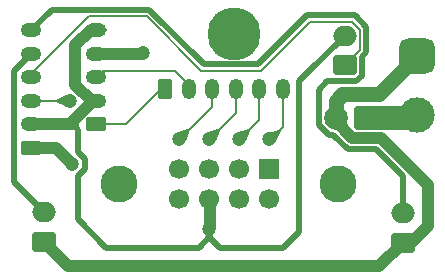
<source format=gbr>
%TF.GenerationSoftware,KiCad,Pcbnew,9.0.4*%
%TF.CreationDate,2025-09-25T23:05:09-07:00*%
%TF.ProjectId,Toolhead PCB,546f6f6c-6865-4616-9420-5043422e6b69,0.5*%
%TF.SameCoordinates,Original*%
%TF.FileFunction,Copper,L2,Bot*%
%TF.FilePolarity,Positive*%
%FSLAX46Y46*%
G04 Gerber Fmt 4.6, Leading zero omitted, Abs format (unit mm)*
G04 Created by KiCad (PCBNEW 9.0.4) date 2025-09-25 23:05:09*
%MOMM*%
%LPD*%
G01*
G04 APERTURE LIST*
G04 Aperture macros list*
%AMRoundRect*
0 Rectangle with rounded corners*
0 $1 Rounding radius*
0 $2 $3 $4 $5 $6 $7 $8 $9 X,Y pos of 4 corners*
0 Add a 4 corners polygon primitive as box body*
4,1,4,$2,$3,$4,$5,$6,$7,$8,$9,$2,$3,0*
0 Add four circle primitives for the rounded corners*
1,1,$1+$1,$2,$3*
1,1,$1+$1,$4,$5*
1,1,$1+$1,$6,$7*
1,1,$1+$1,$8,$9*
0 Add four rect primitives between the rounded corners*
20,1,$1+$1,$2,$3,$4,$5,0*
20,1,$1+$1,$4,$5,$6,$7,0*
20,1,$1+$1,$6,$7,$8,$9,0*
20,1,$1+$1,$8,$9,$2,$3,0*%
G04 Aperture macros list end*
%TA.AperFunction,ComponentPad*%
%ADD10RoundRect,0.250000X0.625000X-0.350000X0.625000X0.350000X-0.625000X0.350000X-0.625000X-0.350000X0*%
%TD*%
%TA.AperFunction,ComponentPad*%
%ADD11O,1.750000X1.200000*%
%TD*%
%TA.AperFunction,ComponentPad*%
%ADD12R,1.700000X1.700000*%
%TD*%
%TA.AperFunction,ComponentPad*%
%ADD13C,1.700000*%
%TD*%
%TA.AperFunction,ComponentPad*%
%ADD14RoundRect,0.750000X-0.750000X0.750000X-0.750000X-0.750000X0.750000X-0.750000X0.750000X0.750000X0*%
%TD*%
%TA.AperFunction,ComponentPad*%
%ADD15C,3.000000*%
%TD*%
%TA.AperFunction,ComponentPad*%
%ADD16RoundRect,0.250000X0.750000X0.750000X-0.750000X0.750000X-0.750000X-0.750000X0.750000X-0.750000X0*%
%TD*%
%TA.AperFunction,ComponentPad*%
%ADD17C,2.000000*%
%TD*%
%TA.AperFunction,ComponentPad*%
%ADD18RoundRect,0.250000X0.750000X-0.600000X0.750000X0.600000X-0.750000X0.600000X-0.750000X-0.600000X0*%
%TD*%
%TA.AperFunction,ComponentPad*%
%ADD19O,2.000000X1.700000*%
%TD*%
%TA.AperFunction,ComponentPad*%
%ADD20RoundRect,0.250000X-0.350000X-0.625000X0.350000X-0.625000X0.350000X0.625000X-0.350000X0.625000X0*%
%TD*%
%TA.AperFunction,ComponentPad*%
%ADD21O,1.200000X1.750000*%
%TD*%
%TA.AperFunction,ViaPad*%
%ADD22C,3.125001*%
%TD*%
%TA.AperFunction,ViaPad*%
%ADD23C,4.500001*%
%TD*%
%TA.AperFunction,ViaPad*%
%ADD24C,1.200000*%
%TD*%
%TA.AperFunction,Conductor*%
%ADD25C,2.000000*%
%TD*%
%TA.AperFunction,Conductor*%
%ADD26C,1.000000*%
%TD*%
%TA.AperFunction,Conductor*%
%ADD27C,1.250000*%
%TD*%
%TA.AperFunction,Conductor*%
%ADD28C,0.200000*%
%TD*%
%TA.AperFunction,Conductor*%
%ADD29C,0.500000*%
%TD*%
G04 APERTURE END LIST*
D10*
%TO.P,J3,1,Pin_1*%
%TO.N,Net-(J10-Pin_8)*%
X100330000Y-62480000D03*
D11*
%TO.P,J3,2,Pin_2*%
%TO.N,Net-(J10-Pin_6)*%
X100330000Y-60480000D03*
%TO.P,J3,3,Pin_3*%
%TO.N,Net-(J10-Pin_4)*%
X100330000Y-58480000D03*
%TO.P,J3,4,Pin_4*%
%TO.N,Net-(J3-Pin_4)*%
X100330000Y-56480000D03*
%TO.P,J3,5,Pin_5*%
%TO.N,Net-(J3-Pin_5)*%
X100330000Y-54480000D03*
%TO.P,J3,6,Pin_6*%
%TO.N,Net-(J3-Pin_6)*%
X100330000Y-52480000D03*
%TD*%
D12*
%TO.P,J10,1,Pin_1*%
%TO.N,Net-(J10-Pin_1)*%
X120460000Y-64230000D03*
D13*
%TO.P,J10,2,Pin_2*%
%TO.N,Net-(J10-Pin_2)*%
X120460000Y-66770000D03*
%TO.P,J10,3,Pin_3*%
%TO.N,Net-(J10-Pin_3)*%
X117920000Y-64230000D03*
%TO.P,J10,4,Pin_4*%
%TO.N,Net-(J10-Pin_4)*%
X117920000Y-66770000D03*
%TO.P,J10,5,Pin_5*%
%TO.N,Net-(J10-Pin_5)*%
X115380000Y-64230000D03*
%TO.P,J10,6,Pin_6*%
%TO.N,Net-(J10-Pin_6)*%
X115380000Y-66770000D03*
%TO.P,J10,7,Pin_7*%
%TO.N,Net-(J10-Pin_7)*%
X112840000Y-64230000D03*
%TO.P,J10,8,Pin_8*%
%TO.N,Net-(J10-Pin_8)*%
X112840000Y-66770000D03*
%TD*%
D14*
%TO.P,J4,1,Pin_1*%
%TO.N,Net-(J1-Pin_2)*%
X133000000Y-54690000D03*
D15*
%TO.P,J4,2,Pin_2*%
%TO.N,Net-(J1-Pin_1)*%
X133000000Y-59690000D03*
%TD*%
D10*
%TO.P,J9,1,Pin_1*%
%TO.N,Net-(J2-Pin_1)*%
X105840000Y-60470000D03*
D11*
%TO.P,J9,2,Pin_2*%
%TO.N,Net-(J10-Pin_6)*%
X105840000Y-58470000D03*
%TO.P,J9,3,Pin_3*%
%TO.N,Net-(J2-Pin_2)*%
X105840000Y-56470000D03*
%TO.P,J9,4,Pin_4*%
%TO.N,Net-(J10-Pin_8)*%
X105840000Y-54470000D03*
%TO.P,J9,5,Pin_5*%
%TO.N,Net-(J10-Pin_6)*%
X105840000Y-52470000D03*
%TD*%
D16*
%TO.P,J1,1,Pin_1*%
%TO.N,Net-(J1-Pin_1)*%
X128640000Y-59890000D03*
D17*
%TO.P,J1,2,Pin_2*%
%TO.N,Net-(J1-Pin_2)*%
X126100000Y-59890000D03*
%TD*%
D18*
%TO.P,J5,1,Pin_1*%
%TO.N,Net-(J3-Pin_4)*%
X126840000Y-55450000D03*
D19*
%TO.P,J5,2,Pin_2*%
%TO.N,Net-(J10-Pin_6)*%
X126840000Y-52950000D03*
%TD*%
D20*
%TO.P,J2,1,Pin_1*%
%TO.N,Net-(J2-Pin_1)*%
X111640000Y-57480000D03*
D21*
%TO.P,J2,2,Pin_2*%
%TO.N,Net-(J2-Pin_2)*%
X113640000Y-57480000D03*
%TO.P,J2,3,Pin_3*%
%TO.N,Net-(J10-Pin_7)*%
X115640000Y-57480000D03*
%TO.P,J2,4,Pin_4*%
%TO.N,Net-(J10-Pin_5)*%
X117640000Y-57480000D03*
%TO.P,J2,5,Pin_5*%
%TO.N,Net-(J10-Pin_3)*%
X119640000Y-57480000D03*
%TO.P,J2,6,Pin_6*%
%TO.N,Net-(J10-Pin_1)*%
X121640000Y-57480000D03*
%TD*%
D18*
%TO.P,J7,1,Pin_1*%
%TO.N,Net-(J1-Pin_2)*%
X101380000Y-70430000D03*
D19*
%TO.P,J7,2,Pin_2*%
%TO.N,Net-(J3-Pin_5)*%
X101380000Y-67930000D03*
%TD*%
D18*
%TO.P,J6,1,Pin_1*%
%TO.N,Net-(J1-Pin_2)*%
X131785000Y-70490000D03*
D19*
%TO.P,J6,2,Pin_2*%
%TO.N,Net-(J3-Pin_6)*%
X131785000Y-67990000D03*
%TD*%
D22*
%TO.N,*%
X126250000Y-65500000D03*
X107750000Y-65500000D03*
D23*
%TO.N,Net-(J3-Pin_6)*%
X117450000Y-52800000D03*
D24*
%TO.N,Net-(J10-Pin_1)*%
X120450000Y-61750000D03*
%TO.N,Net-(J10-Pin_3)*%
X117940000Y-61750000D03*
%TO.N,Net-(J10-Pin_5)*%
X115380000Y-61750000D03*
%TO.N,Net-(J10-Pin_7)*%
X112860000Y-61750000D03*
%TO.N,Net-(J10-Pin_4)*%
X103590000Y-58510000D03*
%TO.N,Net-(J10-Pin_8)*%
X103790000Y-63830000D03*
X109740000Y-54440000D03*
%TO.N,Net-(J10-Pin_6)*%
X115380000Y-69300000D03*
%TD*%
D25*
%TO.N,Net-(J1-Pin_1)*%
X128640000Y-59890000D02*
X132800000Y-59890000D01*
X132800000Y-59890000D02*
X133000000Y-59690000D01*
X133000000Y-59690000D02*
X132810000Y-59690000D01*
D26*
%TO.N,Net-(J1-Pin_2)*%
X103449000Y-72499000D02*
X101380000Y-70430000D01*
X131785000Y-70490000D02*
X129776000Y-72499000D01*
X133900000Y-69050000D02*
X132460000Y-70490000D01*
X127488156Y-61590000D02*
X129920000Y-61590000D01*
D27*
X126100000Y-58475787D02*
X126669787Y-57906000D01*
X126669787Y-57906000D02*
X129784000Y-57906000D01*
D26*
X129776000Y-72499000D02*
X103449000Y-72499000D01*
X132460000Y-70490000D02*
X131785000Y-70490000D01*
X126100000Y-59890000D02*
X126100000Y-60201844D01*
X126100000Y-60201844D02*
X127488156Y-61590000D01*
X129920000Y-61590000D02*
X133900000Y-65570000D01*
D27*
X129784000Y-57906000D02*
X133000000Y-54690000D01*
X126100000Y-59890000D02*
X126100000Y-58475787D01*
D28*
X133000000Y-54690000D02*
X133000000Y-55060000D01*
D26*
X133900000Y-65570000D02*
X133900000Y-69050000D01*
D29*
%TO.N,Net-(J3-Pin_4)*%
X126610000Y-55220000D02*
X126840000Y-55450000D01*
D28*
X127466760Y-51799000D02*
X128141000Y-52473240D01*
X128141000Y-54149000D02*
X126840000Y-55450000D01*
X105238000Y-51302000D02*
X110082000Y-51302000D01*
X128141000Y-52473240D02*
X128141000Y-54149000D01*
X100330000Y-56480000D02*
X100330000Y-56210000D01*
X100330000Y-56210000D02*
X105238000Y-51302000D01*
X119758232Y-55941000D02*
X123900232Y-51799000D01*
X110082000Y-51302000D02*
X114721000Y-55941000D01*
X123900232Y-51799000D02*
X127466760Y-51799000D01*
X114721000Y-55941000D02*
X119758232Y-55941000D01*
D29*
%TO.N,Net-(J3-Pin_5)*%
X98821000Y-55989000D02*
X98821000Y-65371000D01*
X100330000Y-54480000D02*
X98821000Y-55989000D01*
X98821000Y-65371000D02*
X101380000Y-67930000D01*
%TO.N,Net-(J3-Pin_6)*%
X125390000Y-56830000D02*
X124649000Y-57571000D01*
X124649000Y-57571000D02*
X124649000Y-60491024D01*
X128692000Y-54377232D02*
X128291000Y-54778232D01*
X100330000Y-52480000D02*
X102059000Y-50751000D01*
X114949232Y-55390000D02*
X119530000Y-55390000D01*
X128291000Y-56347292D02*
X127808292Y-56830000D01*
X128692000Y-52245008D02*
X128692000Y-54377232D01*
X110310232Y-50751000D02*
X114949232Y-55390000D01*
X128291000Y-54778232D02*
X128291000Y-56347292D01*
X127808292Y-56830000D02*
X125390000Y-56830000D01*
X127094239Y-62541000D02*
X129526082Y-62541000D01*
X124649000Y-60491024D02*
X125498976Y-61341000D01*
X119530000Y-55390000D02*
X123672000Y-51248000D01*
X123672000Y-51248000D02*
X127694992Y-51248000D01*
X131785000Y-64799918D02*
X131785000Y-67990000D01*
X127694992Y-51248000D02*
X128692000Y-52245008D01*
X125498976Y-61341000D02*
X125894239Y-61341000D01*
X102059000Y-50751000D02*
X110310232Y-50751000D01*
X125894239Y-61341000D02*
X127094239Y-62541000D01*
X129526082Y-62541000D02*
X131785000Y-64799918D01*
D28*
%TO.N,Net-(J2-Pin_1)*%
X108320000Y-60470000D02*
X105840000Y-60470000D01*
X111640000Y-57480000D02*
X111310000Y-57480000D01*
X111310000Y-57480000D02*
X108320000Y-60470000D01*
%TO.N,Net-(J2-Pin_2)*%
X113640000Y-57110000D02*
X112484000Y-55954000D01*
X113640000Y-57480000D02*
X113640000Y-57110000D01*
X106356000Y-55954000D02*
X105840000Y-56470000D01*
X112484000Y-55954000D02*
X106356000Y-55954000D01*
%TO.N,Net-(J10-Pin_1)*%
X120460000Y-61770000D02*
X120570000Y-61770000D01*
X120570000Y-61770000D02*
X121640000Y-60700000D01*
X121640000Y-60700000D02*
X121640000Y-57480000D01*
%TO.N,Net-(J10-Pin_3)*%
X118013152Y-61720000D02*
X119640000Y-60093152D01*
X117920000Y-61720000D02*
X118013152Y-61720000D01*
X119640000Y-60093152D02*
X119640000Y-57480000D01*
%TO.N,Net-(J10-Pin_5)*%
X117640000Y-59528837D02*
X117640000Y-57480000D01*
X115400000Y-61750000D02*
X115418837Y-61750000D01*
X115418837Y-61750000D02*
X117640000Y-59528837D01*
%TO.N,Net-(J10-Pin_7)*%
X115640000Y-58964522D02*
X115640000Y-57480000D01*
X112884522Y-61720000D02*
X115640000Y-58964522D01*
X112860000Y-61720000D02*
X112884522Y-61720000D01*
%TO.N,Net-(J10-Pin_4)*%
X103165860Y-58480000D02*
X100330000Y-58480000D01*
X103195860Y-58510000D02*
X103165860Y-58480000D01*
X103590000Y-58510000D02*
X103195860Y-58510000D01*
D26*
%TO.N,Net-(J10-Pin_8)*%
X100330000Y-62480000D02*
X102440000Y-62480000D01*
D29*
X109710000Y-54470000D02*
X109740000Y-54440000D01*
D26*
X102440000Y-62480000D02*
X103790000Y-63830000D01*
X105840000Y-54470000D02*
X109710000Y-54470000D01*
D29*
%TO.N,Net-(J10-Pin_6)*%
X122960000Y-69600000D02*
X121620000Y-70940000D01*
D26*
X105430000Y-58470000D02*
X104060000Y-57100000D01*
X115430000Y-69250000D02*
X115430000Y-66820000D01*
D29*
X104280000Y-62833661D02*
X104280000Y-60930000D01*
D26*
X115430000Y-66820000D02*
X115380000Y-66770000D01*
X103830000Y-60153156D02*
X105513156Y-58470000D01*
D29*
X104280000Y-64826339D02*
X104841000Y-64265339D01*
X114480000Y-70900000D02*
X106670000Y-70900000D01*
X104280000Y-60930000D02*
X103830000Y-60480000D01*
X122960000Y-56830000D02*
X122960000Y-69600000D01*
X123650000Y-56140000D02*
X126840000Y-52950000D01*
X121620000Y-70940000D02*
X116340000Y-70940000D01*
D26*
X104060000Y-57100000D02*
X104060000Y-53780000D01*
D29*
X100330000Y-60480000D02*
X103240000Y-60480000D01*
D26*
X100330000Y-60480000D02*
X103830000Y-60480000D01*
X105370000Y-52470000D02*
X105840000Y-52470000D01*
D29*
X105840000Y-52470000D02*
X106470000Y-52470000D01*
X104280000Y-68510000D02*
X104280000Y-64826339D01*
D26*
X105840000Y-58470000D02*
X105430000Y-58470000D01*
D29*
X115380000Y-69300000D02*
X115430000Y-69350000D01*
D26*
X103830000Y-60480000D02*
X103830000Y-60153156D01*
D29*
X106670000Y-70900000D02*
X104280000Y-68510000D01*
D26*
X115380000Y-69300000D02*
X115430000Y-69250000D01*
D29*
X104841000Y-63394661D02*
X104280000Y-62833661D01*
X104841000Y-64265339D02*
X104841000Y-63394661D01*
X115430000Y-69350000D02*
X115430000Y-69950000D01*
X126840000Y-52950000D02*
X122960000Y-56830000D01*
D26*
X105513156Y-58470000D02*
X105840000Y-58470000D01*
D29*
X115430000Y-69950000D02*
X114480000Y-70900000D01*
X116340000Y-70940000D02*
X115380000Y-69980000D01*
D26*
X104060000Y-53780000D02*
X105370000Y-52470000D01*
%TD*%
%TA.AperFunction,Conductor*%
%TO.N,Net-(J10-Pin_5)*%
G36*
X116171150Y-60861253D02*
G01*
X116174203Y-60863451D01*
X116305078Y-60994326D01*
X116308505Y-61002599D01*
X116307689Y-61006891D01*
X115972050Y-61857977D01*
X115965827Y-61864416D01*
X115958899Y-61865163D01*
X115386985Y-61752225D01*
X115379533Y-61747261D01*
X115377774Y-61743014D01*
X115356246Y-61634000D01*
X115264939Y-61171623D01*
X115266698Y-61162844D01*
X115272701Y-61158264D01*
X116162218Y-60860629D01*
X116171150Y-60861253D01*
G37*
%TD.AperFunction*%
%TD*%
%TA.AperFunction,Conductor*%
%TO.N,Net-(J10-Pin_1)*%
G36*
X121292035Y-60911832D02*
G01*
X121294421Y-60913670D01*
X121425290Y-61044539D01*
X121428717Y-61052812D01*
X121427619Y-61057761D01*
X120954639Y-62071008D01*
X120948034Y-62077055D01*
X120939088Y-62076661D01*
X120937553Y-62075798D01*
X120453344Y-61753404D01*
X120448357Y-61745966D01*
X120448350Y-61745932D01*
X120335073Y-61172302D01*
X120336832Y-61163523D01*
X120343563Y-61158725D01*
X121283161Y-60910631D01*
X121292035Y-60911832D01*
G37*
%TD.AperFunction*%
%TD*%
%TA.AperFunction,Conductor*%
%TO.N,Net-(J10-Pin_7)*%
G36*
X113628850Y-60839117D02*
G01*
X113632217Y-60841466D01*
X113763098Y-60972347D01*
X113766525Y-60980620D01*
X113765835Y-60984579D01*
X113451876Y-61857585D01*
X113445851Y-61864211D01*
X113438599Y-61865104D01*
X112866985Y-61752225D01*
X112859533Y-61747261D01*
X112857774Y-61743014D01*
X112835050Y-61627946D01*
X112744880Y-61171324D01*
X112746639Y-61162545D01*
X112752314Y-61158080D01*
X113619905Y-60838759D01*
X113628850Y-60839117D01*
G37*
%TD.AperFunction*%
%TD*%
%TA.AperFunction,Conductor*%
%TO.N,Net-(J10-Pin_3)*%
G36*
X118733321Y-60863410D02*
G01*
X118736344Y-60865593D01*
X118867217Y-60996466D01*
X118870644Y-61004739D01*
X118869815Y-61009064D01*
X118532066Y-61858016D01*
X118525824Y-61864436D01*
X118518928Y-61865169D01*
X117946985Y-61752225D01*
X117939533Y-61747261D01*
X117937774Y-61743014D01*
X117914153Y-61623400D01*
X117824945Y-61171653D01*
X117826704Y-61162874D01*
X117832741Y-61158282D01*
X118724391Y-60862760D01*
X118733321Y-60863410D01*
G37*
%TD.AperFunction*%
%TD*%
%TA.AperFunction,Conductor*%
%TO.N,Net-(J10-Pin_4)*%
G36*
X103262075Y-58019201D02*
G01*
X103586634Y-58503486D01*
X103588393Y-58512267D01*
X103586634Y-58516514D01*
X103262400Y-59000313D01*
X103254948Y-59005277D01*
X103247436Y-59004257D01*
X103239572Y-59000313D01*
X102979823Y-58870038D01*
X102407984Y-58583237D01*
X102402125Y-58576465D01*
X102401529Y-58572779D01*
X102401529Y-58387694D01*
X102404956Y-58379421D01*
X102408591Y-58376953D01*
X103247723Y-58014971D01*
X103256676Y-58014842D01*
X103262075Y-58019201D01*
G37*
%TD.AperFunction*%
%TD*%
M02*

</source>
